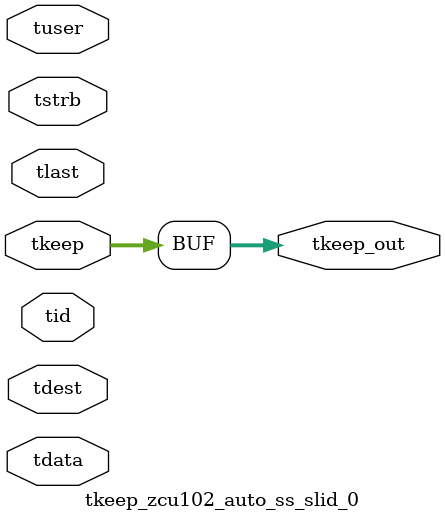
<source format=v>


`timescale 1ps/1ps

module tkeep_zcu102_auto_ss_slid_0 #
(
parameter C_S_AXIS_TDATA_WIDTH = 32,
parameter C_S_AXIS_TUSER_WIDTH = 0,
parameter C_S_AXIS_TID_WIDTH   = 0,
parameter C_S_AXIS_TDEST_WIDTH = 0,
parameter C_M_AXIS_TDATA_WIDTH = 32
)
(
input  [(C_S_AXIS_TDATA_WIDTH == 0 ? 1 : C_S_AXIS_TDATA_WIDTH)-1:0     ] tdata,
input  [(C_S_AXIS_TUSER_WIDTH == 0 ? 1 : C_S_AXIS_TUSER_WIDTH)-1:0     ] tuser,
input  [(C_S_AXIS_TID_WIDTH   == 0 ? 1 : C_S_AXIS_TID_WIDTH)-1:0       ] tid,
input  [(C_S_AXIS_TDEST_WIDTH == 0 ? 1 : C_S_AXIS_TDEST_WIDTH)-1:0     ] tdest,
input  [(C_S_AXIS_TDATA_WIDTH/8)-1:0 ] tkeep,
input  [(C_S_AXIS_TDATA_WIDTH/8)-1:0 ] tstrb,
input                                                                    tlast,
output [(C_M_AXIS_TDATA_WIDTH/8)-1:0 ] tkeep_out
);

assign tkeep_out = {tkeep[7:0]};

endmodule


</source>
